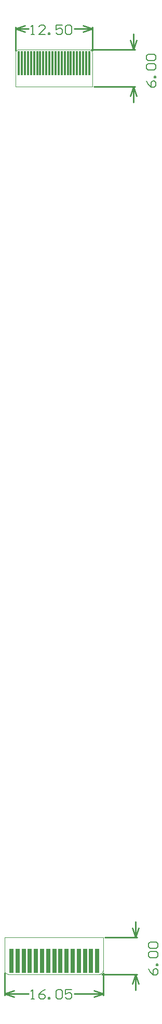
<source format=gtp>
G04*
G04 #@! TF.GenerationSoftware,Altium Limited,Altium Designer,20.2.6 (244)*
G04*
G04 Layer_Color=8421504*
%FSLAX25Y25*%
%MOIN*%
G70*
G04*
G04 #@! TF.SameCoordinates,2B018634-E8C6-49A8-AC31-D19AD41F8AF0*
G04*
G04*
G04 #@! TF.FilePolarity,Positive*
G04*
G01*
G75*
%ADD10C,0.00394*%
%ADD11C,0.01000*%
%ADD12C,0.00600*%
%ADD13R,0.02756X0.15748*%
%ADD14R,0.01181X0.15748*%
D10*
X-7087Y-588386D02*
G03*
X-4823Y-590551I2215J49D01*
G01*
X54134D02*
G03*
X56102Y-588583I0J1969D01*
G01*
X49213Y-1969D02*
G03*
X47244Y0I-1969J-0D01*
G01*
X1969D02*
G03*
X0Y-1969I0J-1969D01*
G01*
X49213Y-23622D02*
Y-1969D01*
X1969Y0D02*
X47244D01*
X0Y-23622D02*
Y-1969D01*
X56102Y-588583D02*
Y-566929D01*
X-4921Y-590551D02*
X54134D01*
X-7087Y-588386D02*
Y-566929D01*
X56102D01*
X0Y-23622D02*
X49213D01*
D11*
X-7087Y-602854D02*
X-1087Y-600854D01*
X-7087Y-602854D02*
X-1087Y-604854D01*
X50102D02*
X56102Y-602854D01*
X50102Y-600854D02*
X56102Y-602854D01*
X-7087D02*
X8312D01*
X37504D02*
X56102D01*
X-7087Y-603854D02*
Y-589583D01*
X56102Y-603854D02*
Y-589780D01*
X0Y13386D02*
X6000Y15386D01*
X0Y13386D02*
X6000Y11386D01*
X43213D02*
X49213Y13386D01*
X43213Y15386D02*
X49213Y13386D01*
X0D02*
X8410D01*
X37602D02*
X49213D01*
X0Y-772D02*
Y14386D01*
X49213Y-772D02*
Y14386D01*
X73590Y6000D02*
X75590Y0D01*
X77591Y6000D01*
X75590Y-23622D02*
X77591Y-29622D01*
X73590D02*
X75590Y-23622D01*
Y0D02*
Y10000D01*
Y-33622D02*
Y-23622D01*
X50409D02*
X76591D01*
X48441Y0D02*
X76591D01*
X76772Y-590551D02*
X78772Y-596551D01*
X74772D02*
X76772Y-590551D01*
X74772Y-560929D02*
X76772Y-566929D01*
X78772Y-560929D01*
X76772Y-600551D02*
Y-590551D01*
Y-566929D02*
Y-556929D01*
X57299Y-566929D02*
X77772D01*
X55331Y-590551D02*
X77772D01*
D12*
X9912Y-606453D02*
X11911D01*
X10912D01*
Y-600455D01*
X9912Y-601455D01*
X18909Y-600455D02*
X16910Y-601455D01*
X14910Y-603454D01*
Y-605454D01*
X15910Y-606453D01*
X17910D01*
X18909Y-605454D01*
Y-604454D01*
X17910Y-603454D01*
X14910D01*
X20909Y-606453D02*
Y-605454D01*
X21908D01*
Y-606453D01*
X20909D01*
X25907Y-601455D02*
X26907Y-600455D01*
X28906D01*
X29906Y-601455D01*
Y-605454D01*
X28906Y-606453D01*
X26907D01*
X25907Y-605454D01*
Y-601455D01*
X35904Y-600455D02*
X31905D01*
Y-603454D01*
X33904Y-602455D01*
X34904D01*
X35904Y-603454D01*
Y-605454D01*
X34904Y-606453D01*
X32905D01*
X31905Y-605454D01*
X10011Y9787D02*
X12010D01*
X11010D01*
Y15785D01*
X10011Y14785D01*
X19008Y9787D02*
X15009D01*
X19008Y13785D01*
Y14785D01*
X18008Y15785D01*
X16009D01*
X15009Y14785D01*
X21007Y9787D02*
Y10786D01*
X22007D01*
Y9787D01*
X21007D01*
X30004Y15785D02*
X26005D01*
Y12786D01*
X28005Y13785D01*
X29004D01*
X30004Y12786D01*
Y10786D01*
X29004Y9787D01*
X27005D01*
X26005Y10786D01*
X32003Y14785D02*
X33003Y15785D01*
X35002D01*
X36002Y14785D01*
Y10786D01*
X35002Y9787D01*
X33003D01*
X32003Y10786D01*
Y14785D01*
X83989Y-19909D02*
X84988Y-21908D01*
X86988Y-23908D01*
X88987D01*
X89987Y-22908D01*
Y-20909D01*
X88987Y-19909D01*
X87987D01*
X86988Y-20909D01*
Y-23908D01*
X89987Y-17910D02*
X88987D01*
Y-16910D01*
X89987D01*
Y-17910D01*
X84988Y-12911D02*
X83989Y-11912D01*
Y-9912D01*
X84988Y-8912D01*
X88987D01*
X89987Y-9912D01*
Y-11912D01*
X88987Y-12911D01*
X84988D01*
Y-6913D02*
X83989Y-5914D01*
Y-3914D01*
X84988Y-2914D01*
X88987D01*
X89987Y-3914D01*
Y-5914D01*
X88987Y-6913D01*
X84988D01*
X85170Y-586838D02*
X86169Y-588837D01*
X88169Y-590837D01*
X90168D01*
X91168Y-589837D01*
Y-587838D01*
X90168Y-586838D01*
X89168D01*
X88169Y-587838D01*
Y-590837D01*
X91168Y-584839D02*
X90168D01*
Y-583839D01*
X91168D01*
Y-584839D01*
X86169Y-579840D02*
X85170Y-578841D01*
Y-576841D01*
X86169Y-575842D01*
X90168D01*
X91168Y-576841D01*
Y-578841D01*
X90168Y-579840D01*
X86169D01*
Y-573842D02*
X85170Y-572843D01*
Y-570843D01*
X86169Y-569843D01*
X90168D01*
X91168Y-570843D01*
Y-572843D01*
X90168Y-573842D01*
X86169D01*
D13*
X52362Y-581890D02*
D03*
X48425D02*
D03*
X44488D02*
D03*
X40551D02*
D03*
X36614D02*
D03*
X32677D02*
D03*
X28740D02*
D03*
X24803D02*
D03*
X20866D02*
D03*
X16929D02*
D03*
X12992D02*
D03*
X9055D02*
D03*
X5118D02*
D03*
X1181D02*
D03*
X-2756D02*
D03*
D03*
D14*
X1969Y-8661D02*
D03*
X3937D02*
D03*
D03*
X5906D02*
D03*
X7874D02*
D03*
X9843D02*
D03*
X11811D02*
D03*
X13780D02*
D03*
X15748D02*
D03*
X17717D02*
D03*
X19685D02*
D03*
X21654D02*
D03*
X23622D02*
D03*
X25591D02*
D03*
X27559D02*
D03*
X29528D02*
D03*
X31496D02*
D03*
X33465D02*
D03*
X35433D02*
D03*
X37402D02*
D03*
X39370D02*
D03*
X41339D02*
D03*
X43307D02*
D03*
X45276D02*
D03*
X47244D02*
D03*
M02*

</source>
